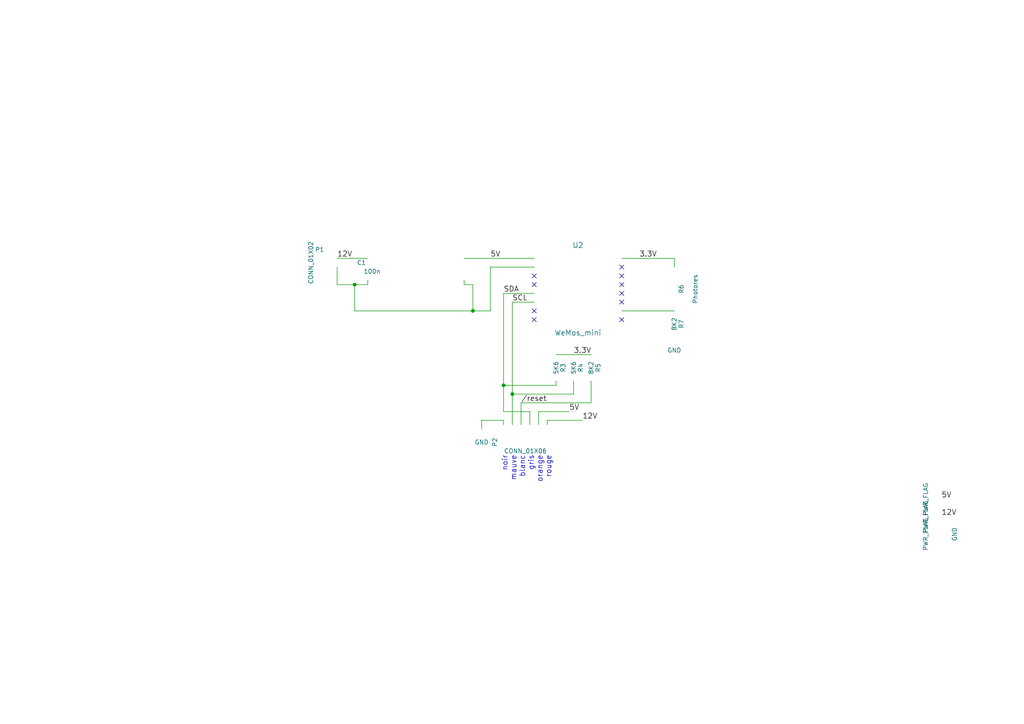
<source format=kicad_sch>
(kicad_sch (version 20230121) (generator eeschema)
  (paper "A4")
  (title_block (title "ntpclock") (date "2016-06-12") (rev "1") (company "JJL") (comment 1 "http://dinask.eu") (comment 2 "cc:by-sa"))
  (lib_symbols)
  (junction (at 148.59 114.3))
  (junction (at 146.05 111.76))
  (junction (at 137.16 90.17))
  (junction (at 102.87 82.55))
  (no_connect (at 180.34 77.47))
  (no_connect (at 180.34 87.63))
  (no_connect (at 180.34 85.09))
  (no_connect (at 154.94 80.01))
  (no_connect (at 154.94 92.71))
  (no_connect (at 180.34 80.01))
  (no_connect (at 154.94 82.55))
  (no_connect (at 180.34 82.55))
  (no_connect (at 154.94 90.17))
  (no_connect (at 180.34 92.71))
  (wire (pts (xy 137.16 82.55) (xy 137.16 90.17)))
  (wire (pts (xy 146.05 119.38) (xy 153.67 119.38)))
  (wire (pts (xy 154.94 87.63) (xy 148.59 87.63)))
  (wire (pts (xy 134.62 81.28) (xy 134.62 82.55)))
  (wire (pts (xy 195.58 77.47) (xy 195.58 74.93)))
  (wire (pts (xy 153.67 119.38) (xy 153.67 123.19)))
  (wire (pts (xy 134.62 74.93) (xy 154.94 74.93)))
  (wire (pts (xy 148.59 114.3) (xy 148.59 123.19)))
  (wire (pts (xy 134.62 82.55) (xy 137.16 82.55)))
  (wire (pts (xy 151.13 116.84) (xy 151.13 123.19)))
  (wire (pts (xy 154.94 77.47) (xy 142.24 77.47)))
  (wire (pts (xy 137.16 90.17) (xy 142.24 90.17)))
  (wire (pts (xy 146.05 111.76) (xy 146.05 119.38)))
  (wire (pts (xy 158.75 121.92) (xy 168.91 121.92)))
  (wire (pts (xy 166.37 110.49) (xy 166.37 114.3)))
  (wire (pts (xy 171.45 110.49) (xy 171.45 116.84)))
  (wire (pts (xy 102.87 82.55) (xy 106.68 82.55)))
  (wire (pts (xy 161.29 102.87) (xy 171.45 102.87)))
  (wire (pts (xy 146.05 85.09) (xy 146.05 111.76)))
  (wire (pts (xy 97.79 82.55) (xy 102.87 82.55)))
  (wire (pts (xy 97.79 77.47) (xy 97.79 82.55)))
  (wire (pts (xy 148.59 87.63) (xy 148.59 114.3)))
  (wire (pts (xy 158.75 123.19) (xy 158.75 121.92)))
  (wire (pts (xy 154.94 85.09) (xy 146.05 85.09)))
  (wire (pts (xy 156.21 123.19) (xy 156.21 119.38)))
  (wire (pts (xy 139.7 121.92) (xy 139.7 124.46)))
  (wire (pts (xy 156.21 119.38) (xy 165.1 119.38)))
  (wire (pts (xy 180.34 90.17) (xy 195.58 90.17)))
  (wire (pts (xy 142.24 77.47) (xy 142.24 90.17)))
  (wire (pts (xy 146.05 121.92) (xy 139.7 121.92)))
  (wire (pts (xy 146.05 123.19) (xy 146.05 121.92)))
  (wire (pts (xy 102.87 82.55) (xy 102.87 90.17)))
  (wire (pts (xy 195.58 74.93) (xy 180.34 74.93)))
  (wire (pts (xy 161.29 110.49) (xy 161.29 111.76)))
  (wire (pts (xy 166.37 114.3) (xy 148.59 114.3)))
  (wire (pts (xy 161.29 111.76) (xy 146.05 111.76)))
  (wire (pts (xy 102.87 90.17) (xy 137.16 90.17)))
  (wire (pts (xy 171.45 116.84) (xy 151.13 116.84)))
  (wire (pts (xy 106.68 82.55) (xy 106.68 81.28)))
  (wire (pts (xy 97.79 74.93) (xy 106.68 74.93)))
  (text "mauve" (at 149.86 132.08 90) (effects (font (size 1.524 1.524)) (justify right bottom)))
  (text "rouge" (at 160.02 132.08 90) (effects (font (size 1.524 1.524)) (justify right bottom)))
  (text "blanc" (at 152.4 132.08 90) (effects (font (size 1.524 1.524)) (justify right bottom)))
  (text "orange" (at 157.48 132.08 90) (effects (font (size 1.524 1.524)) (justify right bottom)))
  (text "gris" (at 154.94 132.08 90) (effects (font (size 1.524 1.524)) (justify right bottom)))
  (text "noir" (at 147.32 132.08 90) (effects (font (size 1.524 1.524)) (justify right bottom)))
  (label "5V" (at 273.05 144.78 0) (effects (font (size 1.524 1.524))))
  (label "12V" (at 273.05 149.86 0) (effects (font (size 1.524 1.524))))
  (label "SCL" (at 148.59 87.63 0) (effects (font (size 1.524 1.524))))
  (label "5V" (at 165.1 119.38 0) (effects (font (size 1.524 1.524))))
  (label "5V" (at 142.24 74.93 0) (effects (font (size 1.524 1.524))))
  (label "3.3V" (at 185.42 74.93 0) (effects (font (size 1.524 1.524))))
  (label "/reset" (at 151.13 116.84 0) (effects (font (size 1.524 1.524))))
  (label "3.3V" (at 166.37 102.87 0) (effects (font (size 1.524 1.524))))
  (label "SDA" (at 146.05 85.09 0) (effects (font (size 1.524 1.524))))
  (label "12V" (at 97.79 74.93 0) (effects (font (size 1.524 1.524))))
  (label "12V" (at 168.91 121.92 0) (effects (font (size 1.524 1.524))))
  (symbol (lib_id "WeMos_mini") (at 167.64 83.82 0) (unit 1)
    (property "Reference" "U2" (at 167.64 71.12 0) (effects (font (size 1.524 1.524))))
    (property "Value" "WeMos_mini" (at 167.64 96.52 0) (effects (font (size 1.524 1.524))))
  )
  (symbol (lib_id "GND") (at 128.27 90.17 0) (unit 1)
    (property "Reference" "#PWR01" (effects hide))
    (property "Value" "GND" (at 128.27 93.98 0))
  )
  (symbol (lib_id "C") (at 102.87 78.74 0) (unit 1)
    (property "Reference" "C1" (at 103.505 76.2 0) (effects (justify left)))
    (property "Value" "100n" (at 105.41 78.74 0) (effects (justify left)))
  )
  (symbol (lib_id "C") (at 137.16 78.74 0) (unit 1)
    (property "Reference" "C2" (at 137.795 76.2 0) (effects (justify left)))
    (property "Value" "1u" (at 137.795 81.28 0) (effects (justify left)))
  )
  (symbol (lib_id "CONN_01X02") (at 92.71 76.2 0) (mirror y) (unit 1)
    (property "Reference" "P1" (at 92.71 72.39 0))
    (property "Value" "CONN_01X02" (at 90.17 76.2 90))
  )
  (symbol (lib_id "Photores") (at 195.58 83.82 0) (unit 1)
    (property "Reference" "R6" (at 197.612 83.82 90))
    (property "Value" "Photores" (at 200.914 83.82 90) (effects (justify top)))
  )
  (symbol (lib_id "R") (at 195.58 93.98 0) (unit 1)
    (property "Reference" "R7" (at 197.612 93.98 90))
    (property "Value" "8K2" (at 195.58 93.98 90))
  )
  (symbol (lib_id "GND") (at 195.58 97.79 0) (unit 1)
    (property "Reference" "#PWR02" (effects hide))
    (property "Value" "GND" (at 195.58 101.6 0))
  )
  (symbol (lib_id "R") (at 161.29 106.68 0) (unit 1)
    (property "Reference" "R3" (at 163.322 106.68 90))
    (property "Value" "5K6" (at 161.29 106.68 90))
  )
  (symbol (lib_id "R") (at 166.37 106.68 0) (unit 1)
    (property "Reference" "R4" (at 168.402 106.68 90))
    (property "Value" "5K6" (at 166.37 106.68 90))
  )
  (symbol (lib_id "R") (at 171.45 106.68 0) (unit 1)
    (property "Reference" "R5" (at 173.482 106.68 90))
    (property "Value" "8K2" (at 171.45 106.68 90))
  )
  (symbol (lib_id "PWR_FLAG") (at 273.05 149.86 90) (unit 1)
    (property "Reference" "#FLG03" (effects hide))
    (property "Value" "PWR_FLAG" (at 268.478 149.86 0))
  )
  (symbol (lib_id "PWR_FLAG") (at 273.05 154.94 90) (unit 1)
    (property "Reference" "#FLG04" (effects hide))
    (property "Value" "PWR_FLAG" (at 268.478 154.94 0))
  )
  (symbol (lib_id "GND") (at 273.05 154.94 90) (unit 1)
    (property "Reference" "#PWR05" (effects hide))
    (property "Value" "GND" (at 276.86 154.94 0))
  )
  (symbol (lib_id "CONN_01X06") (at 152.4 128.27 90) (mirror x) (unit 1)
    (property "Reference" "P2" (at 143.51 128.27 0))
    (property "Value" "CONN_01X06" (at 152.4 130.81 90))
  )
  (symbol (lib_id "GND") (at 139.7 124.46 0) (unit 1)
    (property "Reference" "#PWR06" (effects hide))
    (property "Value" "GND" (at 139.7 128.27 0))
  )
  (symbol (lib_id "regul") (at 120.65 77.47 0) (unit 1)
    (property "Reference" "U1" (at 120.65 72.39 0) (effects (font (size 1.524 1.524))))
    (property "Value" "regul" (at 120.65 83.82 0) (effects (font (size 1.524 1.524))))
  )
  (symbol (lib_id "PWR_FLAG") (at 273.05 144.78 90) (unit 1)
    (property "Reference" "#FLG07" (effects hide))
    (property "Value" "PWR_FLAG" (at 268.478 144.78 0))
  )
)
</source>
